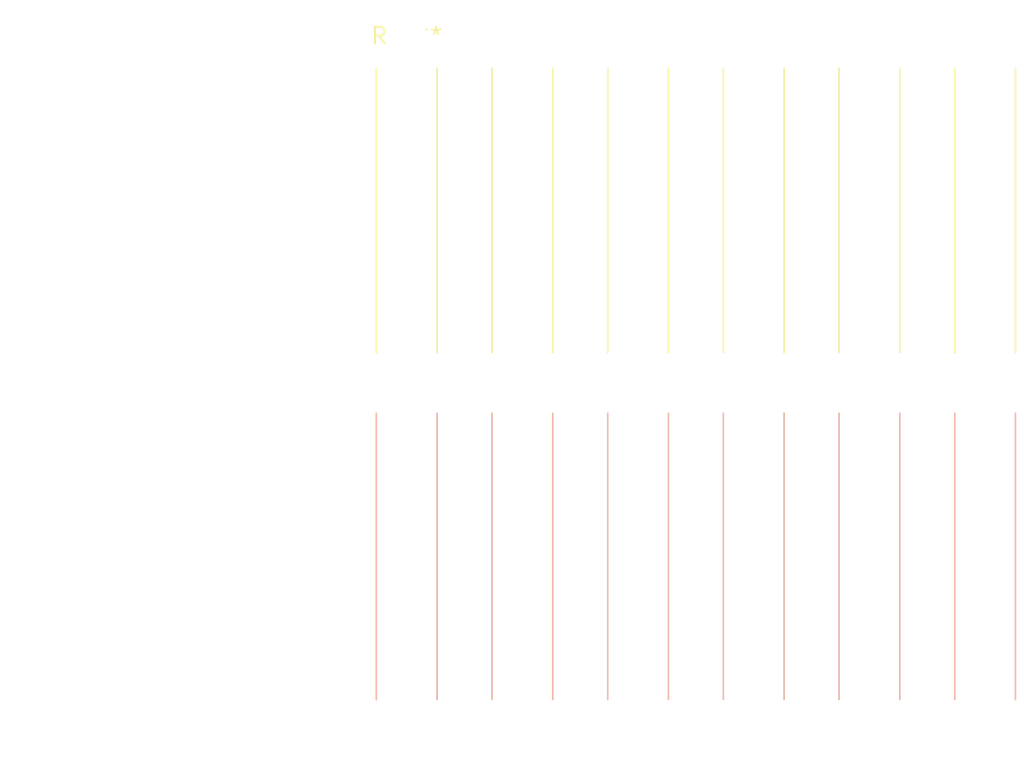
<source format=kicad_pcb>
(kicad_pcb (version 20240108) (generator pcbnew)
  (layers (0 "F.Cu" signal) (31 "B.Cu" signal) (34 "B.Paste" user) (35 "F.Paste" user) (36 "B.SilkS" user "B.Silkscreen") (37 "F.SilkS" user "F.Silkscreen") (38 "B.Mask" user) (39 "F.Mask" user) (44 "Edge.Cuts" user))
  (net 0 "")
  (footprint "SolderWire-2.5sqmm_1x06_P8.8mm_D2.4mm_OD4.4mm_Relief2x" (layer "F.Cu") (at 0 0)
    (property "Reference" "REF**")
    (property "Value" "SolderWire-2.5sqmm_1x06_P8.8mm_D2.4mm_OD4.4mm_Relief2x")
    (fp_line (start -2.31 28.71) (end -2.31 50.49) (layer "B.SilkS") (stroke (width 0.12)))
    (fp_line (start 2.31 28.71) (end 2.31 50.49) (layer "B.SilkS") (stroke (width 0.12)))
    (fp_line (start 6.49 28.71) (end 6.49 50.49) (layer "B.SilkS") (stroke (width 0.12)))
    (fp_line (start 11.11 28.71) (end 11.11 50.49) (layer "B.SilkS") (stroke (width 0.12)))
    (fp_line (start 15.29 28.71) (end 15.29 50.49) (layer "B.SilkS") (stroke (width 0.12)))
    (fp_line (start 19.91 28.71) (end 19.91 50.49) (layer "B.SilkS") (stroke (width 0.12)))
    (fp_line (start 24.09 28.71) (end 24.09 50.49) (layer "B.SilkS") (stroke (width 0.12)))
    (fp_line (start 28.71 28.71) (end 28.71 50.49) (layer "B.SilkS") (stroke (width 0.12)))
    (fp_line (start 32.89 28.71) (end 32.89 50.49) (layer "B.SilkS") (stroke (width 0.12)))
    (fp_line (start 37.51 28.71) (end 37.51 50.49) (layer "B.SilkS") (stroke (width 0.12)))
    (fp_line (start 41.69 28.71) (end 41.69 50.49) (layer "B.SilkS") (stroke (width 0.12)))
    (fp_line (start 46.31 28.71) (end 46.31 50.49) (layer "B.SilkS") (stroke (width 0.12)))
    (fp_line (start -2.31 2.46) (end -2.31 24.09) (layer "F.SilkS") (stroke (width 0.12)))
    (fp_line (start 2.31 2.46) (end 2.31 24.09) (layer "F.SilkS") (stroke (width 0.12)))
    (fp_line (start 6.49 2.46) (end 6.49 24.09) (layer "F.SilkS") (stroke (width 0.12)))
    (fp_line (start 11.11 2.46) (end 11.11 24.09) (layer "F.SilkS") (stroke (width 0.12)))
    (fp_line (start 15.29 2.46) (end 15.29 24.09) (layer "F.SilkS") (stroke (width 0.12)))
    (fp_line (start 19.91 2.46) (end 19.91 24.09) (layer "F.SilkS") (stroke (width 0.12)))
    (fp_line (start 24.09 2.46) (end 24.09 24.09) (layer "F.SilkS") (stroke (width 0.12)))
    (fp_line (start 28.71 2.46) (end 28.71 24.09) (layer "F.SilkS") (stroke (width 0.12)))
    (fp_line (start 32.89 2.46) (end 32.89 24.09) (layer "F.SilkS") (stroke (width 0.12)))
    (fp_line (start 37.51 2.46) (end 37.51 24.09) (layer "F.SilkS") (stroke (width 0.12)))
    (fp_line (start 41.69 2.46) (end 41.69 24.09) (layer "F.SilkS") (stroke (width 0.12)))
    (fp_line (start 46.31 2.46) (end 46.31 24.09) (layer "F.SilkS") (stroke (width 0.12)))
    (pad "" np_thru_hole circle (at 0 26.4) (size 4.9 4.9) (drill 4.9) (layers *.Cu *.Mask))
    (pad "" np_thru_hole circle (at 0 52.8) (size 4.9 4.9) (drill 4.9) (layers *.Cu *.Mask))
    (pad "" np_thru_hole circle (at 8.8 26.4) (size 4.9 4.9) (drill 4.9) (layers *.Cu *.Mask))
    (pad "" np_thru_hole circle (at 8.8 52.8) (size 4.9 4.9) (drill 4.9) (layers *.Cu *.Mask))
    (pad "" np_thru_hole circle (at 17.6 26.4) (size 4.9 4.9) (drill 4.9) (layers *.Cu *.Mask))
    (pad "" np_thru_hole circle (at 17.6 52.8) (size 4.9 4.9) (drill 4.9) (layers *.Cu *.Mask))
    (pad "" np_thru_hole circle (at 26.4 26.4) (size 4.9 4.9) (drill 4.9) (layers *.Cu *.Mask))
    (pad "" np_thru_hole circle (at 26.4 52.8) (size 4.9 4.9) (drill 4.9) (layers *.Cu *.Mask))
    (pad "" np_thru_hole circle (at 35.2 26.4) (size 4.9 4.9) (drill 4.9) (layers *.Cu *.Mask))
    (pad "" np_thru_hole circle (at 35.2 52.8) (size 4.9 4.9) (drill 4.9) (layers *.Cu *.Mask))
    (pad "" np_thru_hole circle (at 44 26.4) (size 4.9 4.9) (drill 4.9) (layers *.Cu *.Mask))
    (pad "" np_thru_hole circle (at 44 52.8) (size 4.9 4.9) (drill 4.9) (layers *.Cu *.Mask))
    (pad "1" thru_hole roundrect (at 0 0) (size 4.4 4.4) (drill 3) (layers *.Cu *.Mask) (remove_unused_layers) (roundrect_rratio 0.056818))
    (pad "2" thru_hole circle (at 8.8 0) (size 4.4 4.4) (drill 3) (layers *.Cu *.Mask) (remove_unused_layers))
    (pad "3" thru_hole circle (at 17.6 0) (size 4.4 4.4) (drill 3) (layers *.Cu *.Mask) (remove_unused_layers))
    (pad "4" thru_hole circle (at 26.4 0) (size 4.4 4.4) (drill 3) (layers *.Cu *.Mask) (remove_unused_layers))
    (pad "5" thru_hole circle (at 35.2 0) (size 4.4 4.4) (drill 3) (layers *.Cu *.Mask) (remove_unused_layers))
    (pad "6" thru_hole circle (at 44 0) (size 4.4 4.4) (drill 3) (layers *.Cu *.Mask) (remove_unused_layers))
  )
)
</source>
